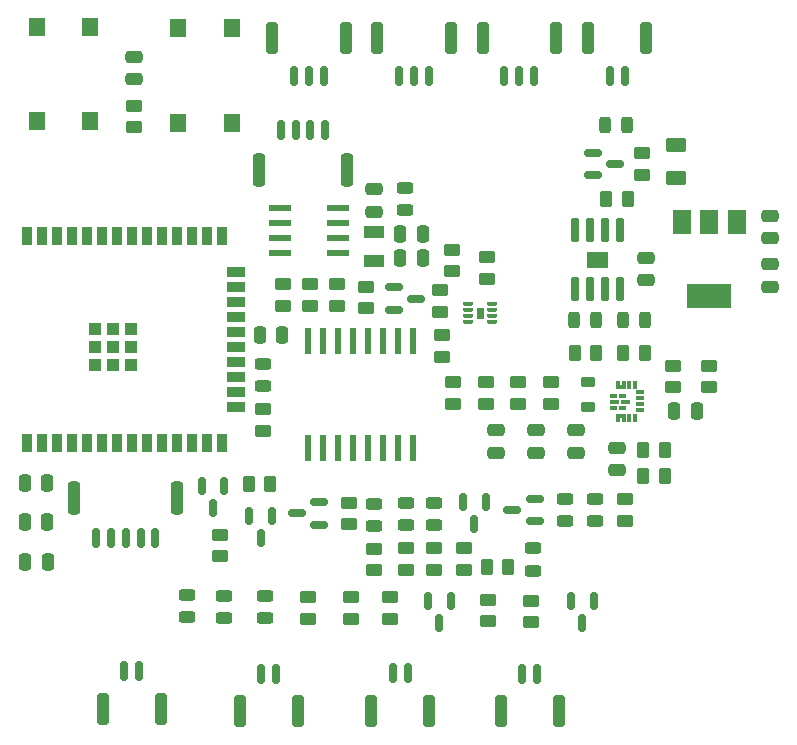
<source format=gbr>
%TF.GenerationSoftware,KiCad,Pcbnew,8.0.3*%
%TF.CreationDate,2024-06-22T21:39:14+05:00*%
%TF.ProjectId,Capibator_PCB,43617069-6261-4746-9f72-5f5043422e6b,1.1*%
%TF.SameCoordinates,Original*%
%TF.FileFunction,Paste,Top*%
%TF.FilePolarity,Positive*%
%FSLAX46Y46*%
G04 Gerber Fmt 4.6, Leading zero omitted, Abs format (unit mm)*
G04 Created by KiCad (PCBNEW 8.0.3) date 2024-06-22 21:39:14*
%MOMM*%
%LPD*%
G01*
G04 APERTURE LIST*
G04 Aperture macros list*
%AMRoundRect*
0 Rectangle with rounded corners*
0 $1 Rounding radius*
0 $2 $3 $4 $5 $6 $7 $8 $9 X,Y pos of 4 corners*
0 Add a 4 corners polygon primitive as box body*
4,1,4,$2,$3,$4,$5,$6,$7,$8,$9,$2,$3,0*
0 Add four circle primitives for the rounded corners*
1,1,$1+$1,$2,$3*
1,1,$1+$1,$4,$5*
1,1,$1+$1,$6,$7*
1,1,$1+$1,$8,$9*
0 Add four rect primitives between the rounded corners*
20,1,$1+$1,$2,$3,$4,$5,0*
20,1,$1+$1,$4,$5,$6,$7,0*
20,1,$1+$1,$6,$7,$8,$9,0*
20,1,$1+$1,$8,$9,$2,$3,0*%
G04 Aperture macros list end*
%ADD10C,0.010000*%
%ADD11R,0.900000X1.500000*%
%ADD12R,1.500000X0.900000*%
%ADD13R,1.050000X1.050000*%
%ADD14RoundRect,0.250000X-0.250000X-1.100000X0.250000X-1.100000X0.250000X1.100000X-0.250000X1.100000X0*%
%ADD15RoundRect,0.150000X-0.150000X-0.700000X0.150000X-0.700000X0.150000X0.700000X-0.150000X0.700000X0*%
%ADD16R,1.400000X1.600000*%
%ADD17RoundRect,0.250000X-0.475000X0.250000X-0.475000X-0.250000X0.475000X-0.250000X0.475000X0.250000X0*%
%ADD18RoundRect,0.250000X0.450000X-0.262500X0.450000X0.262500X-0.450000X0.262500X-0.450000X-0.262500X0*%
%ADD19RoundRect,0.243750X0.456250X-0.243750X0.456250X0.243750X-0.456250X0.243750X-0.456250X-0.243750X0*%
%ADD20RoundRect,0.250000X-0.262500X-0.450000X0.262500X-0.450000X0.262500X0.450000X-0.262500X0.450000X0*%
%ADD21RoundRect,0.250000X0.250000X1.100000X-0.250000X1.100000X-0.250000X-1.100000X0.250000X-1.100000X0*%
%ADD22RoundRect,0.150000X0.150000X0.700000X-0.150000X0.700000X-0.150000X-0.700000X0.150000X-0.700000X0*%
%ADD23RoundRect,0.250000X-0.250000X-0.475000X0.250000X-0.475000X0.250000X0.475000X-0.250000X0.475000X0*%
%ADD24RoundRect,0.250000X-0.450000X0.262500X-0.450000X-0.262500X0.450000X-0.262500X0.450000X0.262500X0*%
%ADD25RoundRect,0.250000X-0.625000X0.375000X-0.625000X-0.375000X0.625000X-0.375000X0.625000X0.375000X0*%
%ADD26RoundRect,0.218750X-0.381250X0.218750X-0.381250X-0.218750X0.381250X-0.218750X0.381250X0.218750X0*%
%ADD27RoundRect,0.250000X0.250000X0.475000X-0.250000X0.475000X-0.250000X-0.475000X0.250000X-0.475000X0*%
%ADD28RoundRect,0.150000X-0.150000X0.587500X-0.150000X-0.587500X0.150000X-0.587500X0.150000X0.587500X0*%
%ADD29RoundRect,0.243750X0.243750X0.456250X-0.243750X0.456250X-0.243750X-0.456250X0.243750X-0.456250X0*%
%ADD30RoundRect,0.250000X0.475000X-0.250000X0.475000X0.250000X-0.475000X0.250000X-0.475000X-0.250000X0*%
%ADD31RoundRect,0.243750X-0.456250X0.243750X-0.456250X-0.243750X0.456250X-0.243750X0.456250X0.243750X0*%
%ADD32RoundRect,0.150000X-0.587500X-0.150000X0.587500X-0.150000X0.587500X0.150000X-0.587500X0.150000X0*%
%ADD33RoundRect,0.002500X0.297500X0.122500X-0.297500X0.122500X-0.297500X-0.122500X0.297500X-0.122500X0*%
%ADD34RoundRect,0.002500X0.122500X0.297500X-0.122500X0.297500X-0.122500X-0.297500X0.122500X-0.297500X0*%
%ADD35RoundRect,0.008100X0.371900X0.126900X-0.371900X0.126900X-0.371900X-0.126900X0.371900X-0.126900X0*%
%ADD36R,1.800000X1.000000*%
%ADD37RoundRect,0.042000X-0.258000X0.943000X-0.258000X-0.943000X0.258000X-0.943000X0.258000X0.943000X0*%
%ADD38RoundRect,0.250000X0.262500X0.450000X-0.262500X0.450000X-0.262500X-0.450000X0.262500X-0.450000X0*%
%ADD39R,0.558800X2.286000*%
%ADD40RoundRect,0.243750X-0.243750X-0.456250X0.243750X-0.456250X0.243750X0.456250X-0.243750X0.456250X0*%
%ADD41R,1.981200X0.533400*%
%ADD42RoundRect,0.250000X0.250000X1.150000X-0.250000X1.150000X-0.250000X-1.150000X0.250000X-1.150000X0*%
%ADD43R,1.500000X2.000000*%
%ADD44R,3.800000X2.000000*%
%ADD45RoundRect,0.250000X-0.250000X-1.150000X0.250000X-1.150000X0.250000X1.150000X-0.250000X1.150000X0*%
%ADD46RoundRect,0.150000X0.587500X0.150000X-0.587500X0.150000X-0.587500X-0.150000X0.587500X-0.150000X0*%
G04 APERTURE END LIST*
D10*
%TO.C,U1*%
X185834500Y-104545000D02*
X185259500Y-104545000D01*
X185259500Y-104295000D01*
X185834500Y-104295000D01*
X185834500Y-104545000D01*
G36*
X185834500Y-104545000D02*
G01*
X185259500Y-104545000D01*
X185259500Y-104295000D01*
X185834500Y-104295000D01*
X185834500Y-104545000D01*
G37*
X185834500Y-105545000D02*
X185259500Y-105545000D01*
X185259500Y-105295000D01*
X185834500Y-105295000D01*
X185834500Y-105545000D01*
G36*
X185834500Y-105545000D02*
G01*
X185259500Y-105545000D01*
X185259500Y-105295000D01*
X185834500Y-105295000D01*
X185834500Y-105545000D01*
G37*
X186010000Y-105045000D02*
X185290000Y-105045000D01*
X185290000Y-104795000D01*
X186010000Y-104795000D01*
X186010000Y-105045000D01*
G36*
X186010000Y-105045000D02*
G01*
X185290000Y-105045000D01*
X185290000Y-104795000D01*
X186010000Y-104795000D01*
X186010000Y-105045000D01*
G37*
X186609500Y-104545000D02*
X186034500Y-104545000D01*
X186034500Y-104295000D01*
X186609500Y-104295000D01*
X186609500Y-104545000D01*
G36*
X186609500Y-104545000D02*
G01*
X186034500Y-104545000D01*
X186034500Y-104295000D01*
X186609500Y-104295000D01*
X186609500Y-104545000D01*
G37*
X186609500Y-105545000D02*
X186034500Y-105545000D01*
X186034500Y-105295000D01*
X186609500Y-105295000D01*
X186609500Y-105545000D01*
G36*
X186609500Y-105545000D02*
G01*
X186034500Y-105545000D01*
X186034500Y-105295000D01*
X186609500Y-105295000D01*
X186609500Y-105545000D01*
G37*
X186930000Y-105045000D02*
X186210000Y-105045000D01*
X186210000Y-104795000D01*
X186930000Y-104795000D01*
X186930000Y-105045000D01*
G36*
X186930000Y-105045000D02*
G01*
X186210000Y-105045000D01*
X186210000Y-104795000D01*
X186930000Y-104795000D01*
X186930000Y-105045000D01*
G37*
X186560000Y-106620000D02*
X186310000Y-106620000D01*
X186310000Y-106270000D01*
X186060000Y-106270000D01*
X186060000Y-106620000D01*
X185810000Y-106620000D01*
X185810000Y-106020000D01*
X186560000Y-106020000D01*
X186560000Y-106620000D01*
G36*
X186560000Y-106620000D02*
G01*
X186310000Y-106620000D01*
X186310000Y-106270000D01*
X186060000Y-106270000D01*
X186060000Y-106620000D01*
X185810000Y-106620000D01*
X185810000Y-106020000D01*
X186560000Y-106020000D01*
X186560000Y-106620000D01*
G37*
X186060000Y-103570000D02*
X186310000Y-103570000D01*
X186310000Y-103220000D01*
X186560000Y-103220000D01*
X186560000Y-103820000D01*
X185810000Y-103820000D01*
X185810000Y-103220000D01*
X186060000Y-103220000D01*
X186060000Y-103570000D01*
G36*
X186060000Y-103570000D02*
G01*
X186310000Y-103570000D01*
X186310000Y-103220000D01*
X186560000Y-103220000D01*
X186560000Y-103820000D01*
X185810000Y-103820000D01*
X185810000Y-103220000D01*
X186060000Y-103220000D01*
X186060000Y-103570000D01*
G37*
%TO.C,U6*%
X174575000Y-97880000D02*
X174015000Y-97880000D01*
X174015000Y-97060000D01*
X174575000Y-97060000D01*
X174575000Y-97880000D01*
G36*
X174575000Y-97880000D02*
G01*
X174015000Y-97880000D01*
X174015000Y-97060000D01*
X174575000Y-97060000D01*
X174575000Y-97880000D01*
G37*
%TO.C,U7*%
X185030000Y-93565000D02*
X183390000Y-93565000D01*
X183390000Y-92275000D01*
X185030000Y-92275000D01*
X185030000Y-93565000D01*
G36*
X185030000Y-93565000D02*
G01*
X183390000Y-93565000D01*
X183390000Y-92275000D01*
X185030000Y-92275000D01*
X185030000Y-93565000D01*
G37*
%TD*%
D11*
%TO.C,U2*%
X135900000Y-108420000D03*
X137170000Y-108420000D03*
X138440000Y-108420000D03*
X139710000Y-108420000D03*
X140980000Y-108420000D03*
X142250000Y-108420000D03*
X143520000Y-108420000D03*
X144790000Y-108420000D03*
X146060000Y-108420000D03*
X147330000Y-108420000D03*
X148600000Y-108420000D03*
X149870000Y-108420000D03*
X151140000Y-108420000D03*
X152410000Y-108420000D03*
D12*
X153660000Y-105380000D03*
X153660000Y-104110000D03*
X153660000Y-102840000D03*
X153660000Y-101570000D03*
X153660000Y-100300000D03*
X153660000Y-99030000D03*
X153660000Y-97760000D03*
X153660000Y-96490000D03*
X153660000Y-95220000D03*
X153660000Y-93950000D03*
D11*
X152410000Y-90920000D03*
X151140000Y-90920000D03*
X149870000Y-90920000D03*
X148600000Y-90920000D03*
X147330000Y-90920000D03*
X146060000Y-90920000D03*
X144790000Y-90920000D03*
X143520000Y-90920000D03*
X142250000Y-90920000D03*
X140980000Y-90920000D03*
X139710000Y-90920000D03*
X138440000Y-90920000D03*
X137170000Y-90920000D03*
X135900000Y-90920000D03*
D13*
X141715000Y-101875000D03*
X143240000Y-101875000D03*
X144765000Y-101875000D03*
X141715000Y-100350000D03*
X143240000Y-100350000D03*
X144765000Y-100350000D03*
X141715000Y-98825000D03*
X143240000Y-98825000D03*
X144765000Y-98825000D03*
%TD*%
D14*
%TO.C,J2*%
X180985000Y-131170000D03*
X176035000Y-131170000D03*
D15*
X179135000Y-127970000D03*
X177885000Y-127970000D03*
%TD*%
D16*
%TO.C,SW2*%
X136760000Y-81220000D03*
X136760000Y-73220000D03*
X141260000Y-81220000D03*
X141260000Y-73220000D03*
%TD*%
D17*
%TO.C,C13*%
X182410000Y-107370000D03*
X182410000Y-109270000D03*
%TD*%
D18*
%TO.C,R38*%
X172910000Y-119170000D03*
X172910000Y-117345000D03*
%TD*%
D19*
%TO.C,D2*%
X178810000Y-119257500D03*
X178810000Y-117382500D03*
%TD*%
D20*
%TO.C,R32*%
X182297500Y-100820000D03*
X184122500Y-100820000D03*
%TD*%
D21*
%TO.C,J12*%
X174510000Y-74170000D03*
X180710000Y-74170000D03*
D22*
X176360000Y-77370000D03*
X177610000Y-77370000D03*
X178860000Y-77370000D03*
%TD*%
D21*
%TO.C,J9*%
X183435000Y-74170000D03*
X188385000Y-74170000D03*
D22*
X185285000Y-77370000D03*
X186535000Y-77370000D03*
%TD*%
D23*
%TO.C,C5*%
X135760000Y-111820000D03*
X137660000Y-111820000D03*
%TD*%
D17*
%TO.C,C2*%
X185910000Y-108870000D03*
X185910000Y-110770000D03*
%TD*%
D24*
%TO.C,R14*%
X168010000Y-117345000D03*
X168010000Y-119170000D03*
%TD*%
%TO.C,R22*%
X174910000Y-92707500D03*
X174910000Y-94532500D03*
%TD*%
D25*
%TO.C,F1*%
X190910000Y-83220000D03*
X190910000Y-86020000D03*
%TD*%
D26*
%TO.C,L1*%
X183410000Y-103257500D03*
X183410000Y-105382500D03*
%TD*%
D20*
%TO.C,R31*%
X186397500Y-100820000D03*
X188222500Y-100820000D03*
%TD*%
D19*
%TO.C,D5*%
X168010000Y-115395000D03*
X168010000Y-113520000D03*
%TD*%
D27*
%TO.C,C6*%
X137660000Y-115120000D03*
X135760000Y-115120000D03*
%TD*%
D16*
%TO.C,SW1*%
X148760000Y-81320000D03*
X148760000Y-73320000D03*
X153260000Y-81320000D03*
X153260000Y-73320000D03*
%TD*%
D28*
%TO.C,Q3*%
X183910000Y-121820000D03*
X182010000Y-121820000D03*
X182960000Y-123695000D03*
%TD*%
D14*
%TO.C,J8*%
X158885000Y-131170000D03*
X153935000Y-131170000D03*
D15*
X157035000Y-127970000D03*
X155785000Y-127970000D03*
%TD*%
D19*
%TO.C,D7*%
X170410000Y-115395000D03*
X170410000Y-113520000D03*
%TD*%
D24*
%TO.C,R36*%
X159710000Y-121507500D03*
X159710000Y-123332500D03*
%TD*%
D28*
%TO.C,Q8*%
X174760000Y-113420000D03*
X172860000Y-113420000D03*
X173810000Y-115295000D03*
%TD*%
D24*
%TO.C,C21*%
X172010000Y-103307500D03*
X172010000Y-105132500D03*
%TD*%
D29*
%TO.C,D6*%
X186747500Y-81520000D03*
X184872500Y-81520000D03*
%TD*%
D23*
%TO.C,C10*%
X155660000Y-99320000D03*
X157560000Y-99320000D03*
%TD*%
D18*
%TO.C,R41*%
X152310000Y-118032500D03*
X152310000Y-116207500D03*
%TD*%
%TO.C,R6*%
X175010000Y-123532500D03*
X175010000Y-121707500D03*
%TD*%
D23*
%TO.C,C14*%
X190760000Y-105720000D03*
X192660000Y-105720000D03*
%TD*%
D30*
%TO.C,C20*%
X188310000Y-94670000D03*
X188310000Y-92770000D03*
%TD*%
D31*
%TO.C,D12*%
X181510000Y-113182500D03*
X181510000Y-115057500D03*
%TD*%
D18*
%TO.C,R25*%
X193710000Y-103732500D03*
X193710000Y-101907500D03*
%TD*%
D32*
%TO.C,Q9*%
X166972500Y-95270000D03*
X166972500Y-97170000D03*
X168847500Y-96220000D03*
%TD*%
D17*
%TO.C,C3*%
X145010000Y-75770000D03*
X145010000Y-77670000D03*
%TD*%
D24*
%TO.C,R13*%
X188010000Y-83907500D03*
X188010000Y-85732500D03*
%TD*%
%TO.C,C19*%
X174810000Y-103307500D03*
X174810000Y-105132500D03*
%TD*%
%TO.C,R5*%
X166710000Y-121507500D03*
X166710000Y-123332500D03*
%TD*%
D33*
%TO.C,U1*%
X187860000Y-105670000D03*
X187860000Y-105170000D03*
X187860000Y-104670000D03*
X187860000Y-104170000D03*
D34*
X187435000Y-103520000D03*
X186935000Y-103520000D03*
X186935000Y-106320000D03*
X187435000Y-106320000D03*
%TD*%
D17*
%TO.C,C1*%
X175610000Y-107370000D03*
X175610000Y-109270000D03*
%TD*%
D21*
%TO.C,J17*%
X165610000Y-74170000D03*
X171810000Y-74170000D03*
D22*
X167460000Y-77370000D03*
X168710000Y-77370000D03*
X169960000Y-77370000D03*
%TD*%
D32*
%TO.C,Q5*%
X183872500Y-83870000D03*
X183872500Y-85770000D03*
X185747500Y-84820000D03*
%TD*%
D35*
%TO.C,U6*%
X175280000Y-98220000D03*
X175280000Y-97720000D03*
X175280000Y-97220000D03*
X175280000Y-96720000D03*
X173310000Y-96720000D03*
X173310000Y-97220000D03*
X173310000Y-97720000D03*
X173310000Y-98220000D03*
%TD*%
D31*
%TO.C,D11*%
X149510000Y-121282500D03*
X149510000Y-123157500D03*
%TD*%
D24*
%TO.C,R1*%
X145010000Y-79907500D03*
X145010000Y-81732500D03*
%TD*%
D31*
%TO.C,D1*%
X184010000Y-113182500D03*
X184010000Y-115057500D03*
%TD*%
D24*
%TO.C,R39*%
X164610000Y-95207500D03*
X164610000Y-97032500D03*
%TD*%
D20*
%TO.C,R23*%
X188097500Y-109020000D03*
X189922500Y-109020000D03*
%TD*%
D36*
%TO.C,Y1*%
X165310000Y-90570000D03*
X165310000Y-93070000D03*
%TD*%
D19*
%TO.C,D8*%
X156110000Y-123257500D03*
X156110000Y-121382500D03*
%TD*%
D37*
%TO.C,U7*%
X186115000Y-95395000D03*
X184845000Y-95395000D03*
X183575000Y-95395000D03*
X182305000Y-95395000D03*
X182305000Y-90445000D03*
X183575000Y-90445000D03*
X184845000Y-90445000D03*
X186115000Y-90445000D03*
%TD*%
D20*
%TO.C,R29*%
X184997500Y-87820000D03*
X186822500Y-87820000D03*
%TD*%
D24*
%TO.C,R30*%
X190610000Y-101907500D03*
X190610000Y-103732500D03*
%TD*%
%TO.C,R12*%
X165310000Y-117407500D03*
X165310000Y-119232500D03*
%TD*%
D18*
%TO.C,R8*%
X163410000Y-123332500D03*
X163410000Y-121507500D03*
%TD*%
D14*
%TO.C,J10*%
X170010000Y-131120000D03*
X165060000Y-131120000D03*
D15*
X168160000Y-127920000D03*
X166910000Y-127920000D03*
%TD*%
D38*
%TO.C,R11*%
X176697500Y-118920000D03*
X174872500Y-118920000D03*
%TD*%
D31*
%TO.C,D3*%
X152610000Y-121382500D03*
X152610000Y-123257500D03*
%TD*%
D27*
%TO.C,C7*%
X137710000Y-118520000D03*
X135810000Y-118520000D03*
%TD*%
D28*
%TO.C,Q2*%
X171810000Y-121820000D03*
X169910000Y-121820000D03*
X170860000Y-123695000D03*
%TD*%
D19*
%TO.C,D9*%
X155910000Y-103657500D03*
X155910000Y-101782500D03*
%TD*%
D24*
%TO.C,R26*%
X162210000Y-95007500D03*
X162210000Y-96832500D03*
%TD*%
D39*
%TO.C,U5*%
X159765000Y-108841200D03*
X161035000Y-108841200D03*
X162305000Y-108841200D03*
X163575000Y-108841200D03*
X164845000Y-108841200D03*
X166115000Y-108841200D03*
X167385000Y-108841200D03*
X168655000Y-108841200D03*
X168655000Y-99798800D03*
X167385000Y-99798800D03*
X166115000Y-99798800D03*
X164845000Y-99798800D03*
X163575000Y-99798800D03*
X162305000Y-99798800D03*
X161035000Y-99798800D03*
X159765000Y-99798800D03*
%TD*%
D28*
%TO.C,Q10*%
X152660000Y-112082500D03*
X150760000Y-112082500D03*
X151710000Y-113957500D03*
%TD*%
D27*
%TO.C,C4*%
X169460000Y-92820000D03*
X167560000Y-92820000D03*
%TD*%
D17*
%TO.C,C12*%
X165310000Y-86970000D03*
X165310000Y-88870000D03*
%TD*%
D24*
%TO.C,R40*%
X171910000Y-92107500D03*
X171910000Y-93932500D03*
%TD*%
D17*
%TO.C,C15*%
X198810000Y-89220000D03*
X198810000Y-91120000D03*
%TD*%
D18*
%TO.C,R19*%
X171110000Y-101132500D03*
X171110000Y-99307500D03*
%TD*%
D24*
%TO.C,R15*%
X170410000Y-117345000D03*
X170410000Y-119170000D03*
%TD*%
D40*
%TO.C,D13*%
X186372500Y-98020000D03*
X188247500Y-98020000D03*
%TD*%
D24*
%TO.C,R21*%
X157610000Y-95020000D03*
X157610000Y-96845000D03*
%TD*%
D18*
%TO.C,R16*%
X186610000Y-115032500D03*
X186610000Y-113207500D03*
%TD*%
D41*
%TO.C,U8*%
X162273800Y-92325000D03*
X162273800Y-91055000D03*
X162273800Y-89785000D03*
X162273800Y-88515000D03*
X157346200Y-88515000D03*
X157346200Y-89785000D03*
X157346200Y-91055000D03*
X157346200Y-92325000D03*
%TD*%
D40*
%TO.C,D14*%
X182272500Y-98020000D03*
X184147500Y-98020000D03*
%TD*%
D19*
%TO.C,D10*%
X167910000Y-88757500D03*
X167910000Y-86882500D03*
%TD*%
D21*
%TO.C,J18*%
X156710000Y-74170000D03*
X162910000Y-74170000D03*
D22*
X158560000Y-77370000D03*
X159810000Y-77370000D03*
X161060000Y-77370000D03*
%TD*%
D42*
%TO.C,J15*%
X155585000Y-85320000D03*
X163035000Y-85320000D03*
D22*
X157435000Y-81970000D03*
X158685000Y-81970000D03*
X159935000Y-81970000D03*
X161185000Y-81970000D03*
%TD*%
D14*
%TO.C,J19*%
X147285000Y-130970000D03*
X142335000Y-130970000D03*
D15*
X145435000Y-127770000D03*
X144185000Y-127770000D03*
%TD*%
D38*
%TO.C,R10*%
X156522500Y-111920000D03*
X154697500Y-111920000D03*
%TD*%
D18*
%TO.C,R17*%
X170910000Y-97332500D03*
X170910000Y-95507500D03*
%TD*%
D24*
%TO.C,R20*%
X159910000Y-95020000D03*
X159910000Y-96845000D03*
%TD*%
%TO.C,C17*%
X180310000Y-103307500D03*
X180310000Y-105132500D03*
%TD*%
D18*
%TO.C,R9*%
X178610000Y-123632500D03*
X178610000Y-121807500D03*
%TD*%
D43*
%TO.C,U3*%
X196010000Y-89720000D03*
X193710000Y-89720000D03*
D44*
X193710000Y-96020000D03*
D43*
X191410000Y-89720000D03*
%TD*%
D24*
%TO.C,C18*%
X177510000Y-103307500D03*
X177510000Y-105132500D03*
%TD*%
D17*
%TO.C,C8*%
X179010000Y-107370000D03*
X179010000Y-109270000D03*
%TD*%
D45*
%TO.C,J16*%
X148660000Y-113120000D03*
X139960000Y-113120000D03*
D15*
X146810000Y-116470000D03*
X145560000Y-116470000D03*
X144310000Y-116470000D03*
X143060000Y-116470000D03*
X141810000Y-116470000D03*
%TD*%
D20*
%TO.C,R24*%
X188097500Y-111220000D03*
X189922500Y-111220000D03*
%TD*%
D27*
%TO.C,C9*%
X169460000Y-90720000D03*
X167560000Y-90720000D03*
%TD*%
D18*
%TO.C,R35*%
X163210000Y-115332500D03*
X163210000Y-113507500D03*
%TD*%
D24*
%TO.C,R37*%
X155910000Y-105607500D03*
X155910000Y-107432500D03*
%TD*%
D46*
%TO.C,Q6*%
X160647500Y-115370000D03*
X160647500Y-113470000D03*
X158772500Y-114420000D03*
%TD*%
D19*
%TO.C,D4*%
X165310000Y-115457500D03*
X165310000Y-113582500D03*
%TD*%
D46*
%TO.C,Q7*%
X178910000Y-115070000D03*
X178910000Y-113170000D03*
X177035000Y-114120000D03*
%TD*%
D28*
%TO.C,Q4*%
X156660000Y-114645000D03*
X154760000Y-114645000D03*
X155710000Y-116520000D03*
%TD*%
D30*
%TO.C,C16*%
X198810000Y-95220000D03*
X198810000Y-93320000D03*
%TD*%
M02*

</source>
